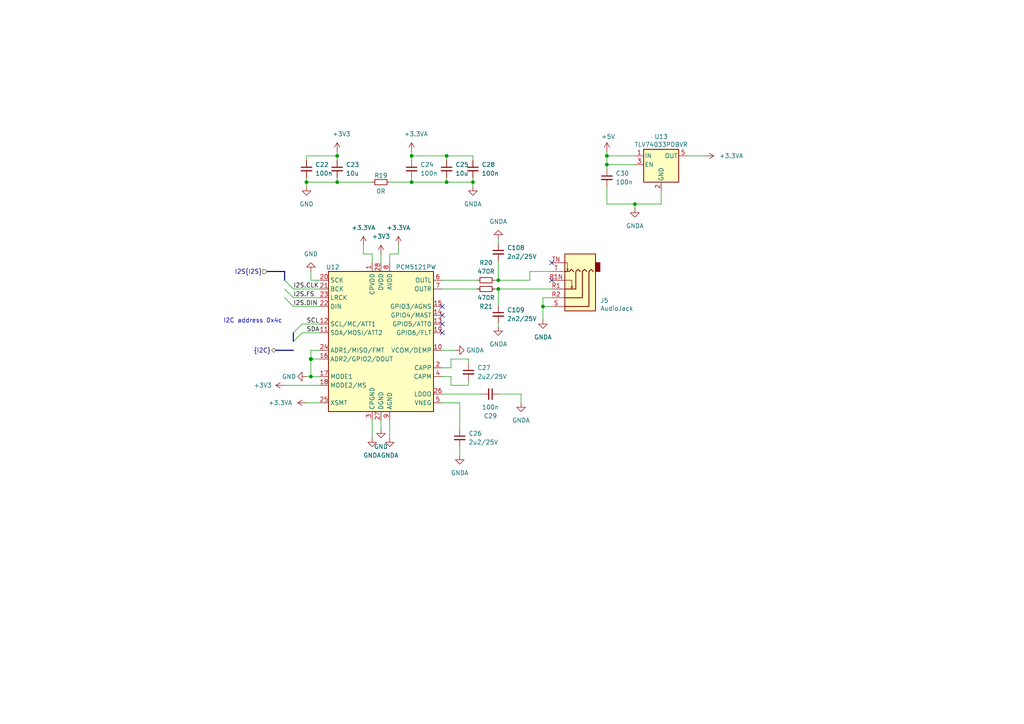
<source format=kicad_sch>
(kicad_sch (version 20210621) (generator eeschema)
  (paper "A4")
  (title_block (title "Audio") (date "2021-01-12") (rev "0.1") (company "Nabu Casa") (comment 1 "www.nabucasa.com") (comment 2 "Amber"))
  (lib_symbols
    (symbol "Audio:PCM5121PW"
      (property "Reference" "U" (at -13.97 21.59 0))
      (property "Value" "PCM5121PW" (at 10.16 21.59 0))
      (symbol "PCM5121PW_0_1"
        (rectangle (start -15.24 20.32) (end 15.24 -20.32) (stroke (width 0.254)) (fill (type background)))
      )
      (symbol "PCM5121PW_1_1"
        (pin power_in line (at -2.54 22.86 270) (length 2.54) (name "CPVDD") (number "1"))
        (pin bidirectional line (at 17.78 -2.54 180) (length 2.54) (name "VCOM/DEMP") (number "10"))
        (pin bidirectional line (at -17.78 2.54 0) (length 2.54) (name "SDA/MOSI/ATT2") (number "11"))
        (pin input line (at -17.78 5.08 0) (length 2.54) (name "SCL/MC/ATT1") (number "12"))
        (pin bidirectional line (at 17.78 5.08 180) (length 2.54) (name "GPIO5/ATT0") (number "13"))
        (pin bidirectional line (at 17.78 7.62 180) (length 2.54) (name "GPIO4/MAST") (number "14"))
        (pin bidirectional line (at 17.78 10.16 180) (length 2.54) (name "GPIO3/AGNS") (number "15"))
        (pin bidirectional line (at -17.78 -5.08 0) (length 2.54) (name "ADR2/GPIO2/DOUT") (number "16"))
        (pin input line (at -17.78 -10.16 0) (length 2.54) (name "MODE1") (number "17"))
        (pin input line (at -17.78 -12.7 0) (length 2.54) (name "MODE2/MS") (number "18"))
        (pin bidirectional line (at 17.78 2.54 180) (length 2.54) (name "GPIO6/FLT") (number "19"))
        (pin passive line (at 17.78 -7.62 180) (length 2.54) (name "CAPP") (number "2"))
        (pin input line (at -17.78 17.78 0) (length 2.54) (name "SCK") (number "20"))
        (pin bidirectional line (at -17.78 15.24 0) (length 2.54) (name "BCK") (number "21"))
        (pin input line (at -17.78 10.16 0) (length 2.54) (name "DIN") (number "22"))
        (pin bidirectional line (at -17.78 12.7 0) (length 2.54) (name "LRCK") (number "23"))
        (pin bidirectional line (at -17.78 -2.54 0) (length 2.54) (name "ADR1/MISO/FMT") (number "24"))
        (pin input line (at -17.78 -17.78 0) (length 2.54) (name "XSMT") (number "25"))
        (pin passive line (at 17.78 -15.24 180) (length 2.54) (name "LDOO") (number "26"))
        (pin power_in line (at 0 -22.86 90) (length 2.54) (name "DGND") (number "27"))
        (pin power_in line (at 0 22.86 270) (length 2.54) (name "DVDD") (number "28"))
        (pin power_in line (at -2.54 -22.86 90) (length 2.54) (name "CPGND") (number "3"))
        (pin passive line (at 17.78 -10.16 180) (length 2.54) (name "CAPM") (number "4"))
        (pin passive line (at 17.78 -17.78 180) (length 2.54) (name "VNEG") (number "5"))
        (pin output line (at 17.78 17.78 180) (length 2.54) (name "OUTL") (number "6"))
        (pin output line (at 17.78 15.24 180) (length 2.54) (name "OUTR") (number "7"))
        (pin power_in line (at 2.54 22.86 270) (length 2.54) (name "AVDD") (number "8"))
        (pin power_in line (at 2.54 -22.86 90) (length 2.54) (name "AGND") (number "9"))
      )
    )
    (symbol "Connector:AudioJack4_SwitchTR1"
      (property "Reference" "J" (at 0 11.43 0))
      (property "Value" "AudioJack4_SwitchTR1" (at 0 8.89 0))
      (symbol "AudioJack4_SwitchTR1_0_1"
        (rectangle (start -7.62 -5.08) (end -8.89 -7.62) (stroke (width 0.254)) (fill (type outline)))
        (rectangle (start 1.27 6.35) (end -7.62 -10.16) (stroke (width 0.254)) (fill (type background)))
        (polyline (pts (xy 1.27 -5.08) (xy 2.54 -5.08)))
        (polyline (pts (xy 1.27 2.54) (xy 2.54 2.54)))
        (polyline (pts (xy 2.54 0) (xy 1.27 0)))
        (polyline (pts (xy 2.54 5.08) (xy 1.27 5.08)))
      )
      (symbol "AudioJack4_SwitchTR1_1_1"
        (polyline (pts (xy -0.762 -0.254) (xy -0.508 -0.762)))
        (polyline (pts (xy 0.508 -5.334) (xy 0.762 -5.842)))
        (polyline (pts (xy -1.27 -5.08) (xy -0.635 -5.715) (xy 0 -5.08) (xy 1.27 -5.08)) (stroke (width 0.254)))
        (polyline (pts (xy 2.54 -7.62) (xy 0.508 -7.62) (xy 0.508 -5.334) (xy 0.254 -5.842)))
        (polyline (pts (xy 2.54 -2.54) (xy -0.762 -2.54) (xy -0.762 -0.254) (xy -1.016 -0.762)))
        (polyline (pts (xy -3.175 -5.08) (xy -2.54 -5.715) (xy -1.905 -5.08) (xy -1.905 0) (xy 1.27 0)) (stroke (width 0.254)))
        (polyline (pts (xy 1.27 2.54) (xy -3.81 2.54) (xy -3.81 -5.08) (xy -4.445 -5.715) (xy -5.08 -5.08)) (stroke (width 0.254)))
        (polyline (pts (xy 1.27 5.08) (xy -5.715 5.08) (xy -5.715 -5.08) (xy -6.35 -5.715) (xy -6.985 -5.08)) (stroke (width 0.254)))
        (pin passive line (at 5.08 0 180) (length 2.54) (name "~") (number "R1"))
        (pin passive line (at 5.08 -2.54 180) (length 2.54) (name "~") (number "R1N"))
        (pin passive line (at 5.08 2.54 180) (length 2.54) (name "~") (number "R2"))
        (pin passive line (at 5.08 5.08 180) (length 2.54) (name "~") (number "S"))
        (pin passive line (at 5.08 -5.08 180) (length 2.54) (name "~") (number "T"))
        (pin passive line (at 5.08 -7.62 180) (length 2.54) (name "~") (number "TN"))
      )
    )
    (symbol "Device:C_Small" (pin_numbers hide) (pin_names (offset 0.254) hide)
      (property "Reference" "C" (at 0.254 1.778 0))
      (property "Value" "C_Small" (at 0.254 -2.032 0))
      (symbol "C_Small_0_1"
        (polyline (pts (xy -1.524 -0.508) (xy 1.524 -0.508)) (stroke (width 0.3302)))
        (polyline (pts (xy -1.524 0.508) (xy 1.524 0.508)) (stroke (width 0.3048)))
      )
      (symbol "C_Small_1_1"
        (pin passive line (at 0 2.54 270) (length 2.032) (name "~") (number "1"))
        (pin passive line (at 0 -2.54 90) (length 2.032) (name "~") (number "2"))
      )
    )
    (symbol "Device:R_Small" (pin_numbers hide) (pin_names (offset 0.254) hide)
      (property "Reference" "R" (at 0.762 0.508 0))
      (property "Value" "R_Small" (at 0.762 -1.016 0))
      (symbol "R_Small_0_1"
        (rectangle (start -0.762 1.778) (end 0.762 -1.778) (stroke (width 0.2032)))
      )
      (symbol "R_Small_1_1"
        (pin passive line (at 0 2.54 270) (length 0.762) (name "~") (number "1"))
        (pin passive line (at 0 -2.54 90) (length 0.762) (name "~") (number "2"))
      )
    )
    (symbol "Regulator_Linear:TLV73333PDBV" (pin_names (offset 0.254))
      (property "Reference" "U" (at -3.81 5.715 0))
      (property "Value" "TLV73333PDBV" (at 0 5.715 0))
      (symbol "TLV73333PDBV_0_1"
        (rectangle (start -5.08 4.445) (end 5.08 -5.08) (stroke (width 0.254)) (fill (type background)))
      )
      (symbol "TLV73333PDBV_1_1"
        (pin power_in line (at -7.62 2.54 0) (length 2.54) (name "IN") (number "1"))
        (pin power_in line (at 0 -7.62 90) (length 2.54) (name "GND") (number "2"))
        (pin input line (at -7.62 0 0) (length 2.54) (name "EN") (number "3"))
        (pin no_connect line (at 5.08 0 180) (length 2.54) hide (name "NC") (number "4"))
        (pin power_out line (at 7.62 2.54 180) (length 2.54) (name "OUT") (number "5"))
      )
    )
    (symbol "power:+3.3V" (power) (pin_names (offset 0))
      (property "Value" "+3.3V" (at 0 3.556 0))
      (symbol "+3.3V_0_1"
        (polyline (pts (xy -0.762 1.27) (xy 0 2.54)))
        (polyline (pts (xy 0 0) (xy 0 2.54)))
        (polyline (pts (xy 0 2.54) (xy 0.762 1.27)))
      )
      (symbol "+3.3V_1_1"
        (pin power_in line (at 0 0 90) (length 0) hide (name "+3V3") (number "1"))
      )
    )
    (symbol "power:+3.3VA" (power) (pin_names (offset 0))
      (property "Value" "+3.3VA" (at 0 3.556 0))
      (symbol "+3.3VA_0_1"
        (polyline (pts (xy -0.762 1.27) (xy 0 2.54)))
        (polyline (pts (xy 0 0) (xy 0 2.54)))
        (polyline (pts (xy 0 2.54) (xy 0.762 1.27)))
      )
      (symbol "+3.3VA_1_1"
        (pin power_in line (at 0 0 90) (length 0) hide (name "+3.3VA") (number "1"))
      )
    )
    (symbol "power:+5V" (power) (pin_names (offset 0))
      (property "Value" "+5V" (at 0 3.556 0))
      (symbol "+5V_0_1"
        (polyline (pts (xy -0.762 1.27) (xy 0 2.54)))
        (polyline (pts (xy 0 0) (xy 0 2.54)))
        (polyline (pts (xy 0 2.54) (xy 0.762 1.27)))
      )
      (symbol "+5V_1_1"
        (pin power_in line (at 0 0 90) (length 0) hide (name "+5V") (number "1"))
      )
    )
    (symbol "power:GND" (power) (pin_names (offset 0))
      (property "Value" "GND" (at 0 -3.81 0))
      (symbol "GND_0_1"
        (polyline (pts (xy 0 0) (xy 0 -1.27) (xy 1.27 -1.27) (xy 0 -2.54) (xy -1.27 -1.27) (xy 0 -1.27)))
      )
      (symbol "GND_1_1"
        (pin power_in line (at 0 0 270) (length 0) hide (name "GND") (number "1"))
      )
    )
    (symbol "power:GNDA" (power) (pin_names (offset 0))
      (property "Value" "GNDA" (at 0 -3.81 0))
      (symbol "GNDA_0_1"
        (polyline (pts (xy 0 0) (xy 0 -1.27) (xy 1.27 -1.27) (xy 0 -2.54) (xy -1.27 -1.27) (xy 0 -1.27)))
      )
      (symbol "GNDA_1_1"
        (pin power_in line (at 0 0 270) (length 0) hide (name "GNDA") (number "1"))
      )
    )
  )
  (bus_alias "I2S" (members "CLK" "FS" "DIN"))
  (junction (at 88.9 52.832) (diameter 0.9144))
  (junction (at 90.17 104.14) (diameter 1.016))
  (junction (at 90.17 109.22) (diameter 0.9144))
  (junction (at 97.79 45.212) (diameter 0.9144))
  (junction (at 97.79 52.832) (diameter 0.9144))
  (junction (at 119.38 45.212) (diameter 0.9144))
  (junction (at 119.38 52.832) (diameter 0.9144))
  (junction (at 129.54 45.212) (diameter 0.9144))
  (junction (at 129.54 52.832) (diameter 0.9144))
  (junction (at 137.16 52.832) (diameter 0.9144))
  (junction (at 144.526 81.28) (diameter 0.9144))
  (junction (at 144.526 83.82) (diameter 0.9144))
  (junction (at 157.48 88.9) (diameter 0.9144))
  (junction (at 176.022 45.212) (diameter 0.9144))
  (junction (at 176.022 47.752) (diameter 0.9144))
  (junction (at 184.15 59.182) (diameter 0.9144))
  (no_connect (at 128.27 88.9))
  (no_connect (at 128.27 91.44))
  (no_connect (at 128.27 93.98))
  (no_connect (at 128.27 96.52))
  (no_connect (at 160.02 76.2))
  (no_connect (at 160.02 81.28))
  (bus_entry (at 82.55 81.28) (size 2.54 2.54) (stroke (width 0.1524)))
  (bus_entry (at 82.55 83.82) (size 2.54 2.54) (stroke (width 0.1524)))
  (bus_entry (at 82.55 86.36) (size 2.54 2.54) (stroke (width 0.1524)))
  (bus_entry (at 85.09 96.52) (size 2.54 -2.54) (stroke (width 0.1524)))
  (bus_entry (at 85.09 99.06) (size 2.54 -2.54) (stroke (width 0.1524)))
  (wire (pts (xy 82.55 111.76) (xy 92.71 111.76)))
  (wire (pts (xy 85.09 83.82) (xy 92.71 83.82)))
  (wire (pts (xy 85.09 86.36) (xy 92.71 86.36)))
  (wire (pts (xy 85.09 88.9) (xy 92.71 88.9)))
  (wire (pts (xy 87.63 93.98) (xy 92.71 93.98)))
  (wire (pts (xy 87.63 96.52) (xy 92.71 96.52)))
  (wire (pts (xy 88.9 45.212) (xy 97.79 45.212)))
  (wire (pts (xy 88.9 46.482) (xy 88.9 45.212)))
  (wire (pts (xy 88.9 51.562) (xy 88.9 52.832)))
  (wire (pts (xy 88.9 52.832) (xy 88.9 54.102)))
  (wire (pts (xy 88.9 52.832) (xy 97.79 52.832)))
  (wire (pts (xy 88.9 109.22) (xy 90.17 109.22)))
  (wire (pts (xy 88.9 116.84) (xy 92.71 116.84)))
  (wire (pts (xy 90.17 78.74) (xy 90.17 81.28)))
  (wire (pts (xy 90.17 101.6) (xy 90.17 104.14)))
  (wire (pts (xy 90.17 104.14) (xy 90.17 109.22)))
  (wire (pts (xy 92.71 81.28) (xy 90.17 81.28)))
  (wire (pts (xy 92.71 101.6) (xy 90.17 101.6)))
  (wire (pts (xy 92.71 104.14) (xy 90.17 104.14)))
  (wire (pts (xy 92.71 109.22) (xy 90.17 109.22)))
  (wire (pts (xy 97.79 43.942) (xy 97.79 45.212)))
  (wire (pts (xy 97.79 45.212) (xy 97.79 46.482)))
  (wire (pts (xy 97.79 51.562) (xy 97.79 52.832)))
  (wire (pts (xy 97.79 52.832) (xy 107.95 52.832)))
  (wire (pts (xy 105.41 73.66) (xy 105.41 71.12)))
  (wire (pts (xy 107.95 73.66) (xy 105.41 73.66)))
  (wire (pts (xy 107.95 76.2) (xy 107.95 73.66)))
  (wire (pts (xy 107.95 121.92) (xy 107.95 127)))
  (wire (pts (xy 110.49 76.2) (xy 110.49 73.66)))
  (wire (pts (xy 110.49 121.92) (xy 110.49 124.46)))
  (wire (pts (xy 113.03 52.832) (xy 119.38 52.832)))
  (wire (pts (xy 113.03 73.66) (xy 115.57 73.66)))
  (wire (pts (xy 113.03 76.2) (xy 113.03 73.66)))
  (wire (pts (xy 113.03 121.92) (xy 113.03 127)))
  (wire (pts (xy 115.57 73.66) (xy 115.57 71.12)))
  (wire (pts (xy 119.38 43.942) (xy 119.38 45.212)))
  (wire (pts (xy 119.38 45.212) (xy 119.38 46.482)))
  (wire (pts (xy 119.38 45.212) (xy 129.54 45.212)))
  (wire (pts (xy 119.38 51.562) (xy 119.38 52.832)))
  (wire (pts (xy 119.38 52.832) (xy 129.54 52.832)))
  (wire (pts (xy 128.27 81.28) (xy 138.43 81.28)))
  (wire (pts (xy 128.27 83.82) (xy 138.43 83.82)))
  (wire (pts (xy 128.27 101.6) (xy 132.08 101.6)))
  (wire (pts (xy 128.27 106.68) (xy 130.81 106.68)))
  (wire (pts (xy 128.27 109.22) (xy 130.81 109.22)))
  (wire (pts (xy 128.27 114.3) (xy 139.7 114.3)))
  (wire (pts (xy 128.27 116.84) (xy 133.35 116.84)))
  (wire (pts (xy 129.54 45.212) (xy 129.54 46.482)))
  (wire (pts (xy 129.54 52.832) (xy 129.54 51.562)))
  (wire (pts (xy 129.54 52.832) (xy 137.16 52.832)))
  (wire (pts (xy 130.81 104.14) (xy 135.89 104.14)))
  (wire (pts (xy 130.81 106.68) (xy 130.81 104.14)))
  (wire (pts (xy 130.81 109.22) (xy 130.81 111.76)))
  (wire (pts (xy 130.81 111.76) (xy 135.89 111.76)))
  (wire (pts (xy 133.35 116.84) (xy 133.35 124.46)))
  (wire (pts (xy 133.35 129.54) (xy 133.35 132.08)))
  (wire (pts (xy 135.89 104.14) (xy 135.89 105.41)))
  (wire (pts (xy 135.89 111.76) (xy 135.89 110.49)))
  (wire (pts (xy 137.16 45.212) (xy 129.54 45.212)))
  (wire (pts (xy 137.16 46.482) (xy 137.16 45.212)))
  (wire (pts (xy 137.16 51.562) (xy 137.16 52.832)))
  (wire (pts (xy 137.16 52.832) (xy 137.16 54.102)))
  (wire (pts (xy 143.51 81.28) (xy 144.526 81.28)))
  (wire (pts (xy 143.51 83.82) (xy 144.526 83.82)))
  (wire (pts (xy 144.526 69.342) (xy 144.526 70.612)))
  (wire (pts (xy 144.526 75.692) (xy 144.526 81.28)))
  (wire (pts (xy 144.526 81.28) (xy 153.67 81.28)))
  (wire (pts (xy 144.526 83.82) (xy 144.526 88.646)))
  (wire (pts (xy 144.526 83.82) (xy 160.02 83.82)))
  (wire (pts (xy 144.526 93.726) (xy 144.526 94.742)))
  (wire (pts (xy 144.78 114.3) (xy 151.13 114.3)))
  (wire (pts (xy 151.13 114.3) (xy 151.13 116.84)))
  (wire (pts (xy 153.67 78.74) (xy 160.02 78.74)))
  (wire (pts (xy 153.67 81.28) (xy 153.67 78.74)))
  (wire (pts (xy 157.48 86.36) (xy 157.48 88.9)))
  (wire (pts (xy 157.48 88.9) (xy 157.48 92.71)))
  (wire (pts (xy 160.02 86.36) (xy 157.48 86.36)))
  (wire (pts (xy 160.02 88.9) (xy 157.48 88.9)))
  (wire (pts (xy 176.022 43.942) (xy 176.022 45.212)))
  (wire (pts (xy 176.022 45.212) (xy 176.022 47.752)))
  (wire (pts (xy 176.022 45.212) (xy 184.15 45.212)))
  (wire (pts (xy 176.022 47.752) (xy 176.022 49.022)))
  (wire (pts (xy 176.022 47.752) (xy 184.15 47.752)))
  (wire (pts (xy 176.022 54.102) (xy 176.022 59.182)))
  (wire (pts (xy 176.022 59.182) (xy 184.15 59.182)))
  (wire (pts (xy 184.15 59.182) (xy 184.15 60.452)))
  (wire (pts (xy 184.15 59.182) (xy 191.77 59.182)))
  (wire (pts (xy 191.77 59.182) (xy 191.77 55.372)))
  (wire (pts (xy 199.39 45.212) (xy 204.47 45.212)))
  (bus (pts (xy 77.47 78.74) (xy 82.55 78.74)))
  (bus (pts (xy 80.01 101.6) (xy 85.09 101.6)))
  (bus (pts (xy 82.55 78.74) (xy 82.55 86.36)))
  (bus (pts (xy 85.09 96.52) (xy 85.09 101.6)))
  (text "I2C address 0x4c" (at 64.77 93.853 0) (effects (font (size 1.27 1.27)) (justify left bottom)))
  (label "I2S.CLK" (at 85.09 83.82 0))
  (label "I2S.FS" (at 85.09 86.36 0))
  (label "I2S.DIN" (at 85.09 88.9 0))
  (label "SCL" (at 88.9 93.98 0))
  (label "SDA" (at 88.9 96.52 0))
  (hierarchical_label "I2S{I2S}" (shape input) (at 77.47 78.74 180))
  (hierarchical_label "{I2C}" (shape bidirectional) (at 80.01 101.6 180))
  (symbol (lib_id "power:+3.3V") (at 82.55 111.76 90) (unit 1)
    (property "Reference" "#PWR063" (effects hide))
    (property "Value" "+3.3V" (at 76.2 111.76 90))
  )
  (symbol (lib_id "power:+3.3VA") (at 88.9 116.84 90) (unit 1)
    (property "Reference" "#PWR066" (effects hide))
    (property "Value" "+3.3VA" (at 81.28 116.84 90))
  )
  (symbol (lib_id "power:+3.3V") (at 97.79 43.942 0) (unit 1)
    (property "Reference" "#PWR068" (effects hide))
    (property "Value" "+3.3V" (at 99.06 38.862 0))
  )
  (symbol (lib_id "power:+3.3VA") (at 105.41 71.12 0) (unit 1)
    (property "Reference" "#PWR069" (effects hide))
    (property "Value" "+3.3VA" (at 105.41 66.04 0))
  )
  (symbol (lib_id "power:+3.3V") (at 110.49 73.66 0) (unit 1)
    (property "Reference" "#PWR071" (effects hide))
    (property "Value" "+3.3V" (at 110.49 68.58 0))
  )
  (symbol (lib_id "power:+3.3VA") (at 115.57 71.12 0) (unit 1)
    (property "Reference" "#PWR074" (effects hide))
    (property "Value" "+3.3VA" (at 115.57 66.04 0))
  )
  (symbol (lib_id "power:+3.3VA") (at 119.38 43.942 0) (unit 1)
    (property "Reference" "#PWR075" (effects hide))
    (property "Value" "+3.3VA" (at 120.65 38.862 0))
  )
  (symbol (lib_id "power:+5V") (at 176.022 43.942 0) (unit 1)
    (property "Reference" "#PWR081" (effects hide))
    (property "Value" "+5V" (at 176.3903 39.6176 0))
  )
  (symbol (lib_id "power:+3.3VA") (at 204.47 45.212 270) (unit 1)
    (property "Reference" "#PWR083" (effects hide))
    (property "Value" "+3.3VA" (at 212.09 45.212 90))
  )
  (symbol (lib_id "power:GND") (at 88.9 54.102 0) (unit 1)
    (property "Reference" "#PWR064" (effects hide))
    (property "Value" "GND" (at 88.9 59.182 0))
  )
  (symbol (lib_id "power:GND") (at 88.9 109.22 270) (unit 1)
    (property "Reference" "#PWR065" (effects hide))
    (property "Value" "GND" (at 83.82 109.22 90))
  )
  (symbol (lib_id "power:GND") (at 90.17 78.74 180) (unit 1)
    (property "Reference" "#PWR067" (effects hide))
    (property "Value" "GND" (at 90.17 73.66 0))
  )
  (symbol (lib_id "power:GNDA") (at 107.95 127 0) (unit 1)
    (property "Reference" "#PWR070" (effects hide))
    (property "Value" "GNDA" (at 107.95 132.08 0))
  )
  (symbol (lib_id "power:GND") (at 110.49 124.46 0) (unit 1)
    (property "Reference" "#PWR072" (effects hide))
    (property "Value" "GND" (at 110.49 129.54 0))
  )
  (symbol (lib_id "power:GNDA") (at 113.03 127 0) (unit 1)
    (property "Reference" "#PWR073" (effects hide))
    (property "Value" "GNDA" (at 113.03 132.08 0))
  )
  (symbol (lib_id "power:GNDA") (at 132.08 101.6 90) (unit 1)
    (property "Reference" "#PWR076" (effects hide))
    (property "Value" "GNDA" (at 137.795 101.6 90))
  )
  (symbol (lib_id "power:GNDA") (at 133.35 132.08 0) (unit 1)
    (property "Reference" "#PWR077" (effects hide))
    (property "Value" "GNDA" (at 133.35 137.16 0))
  )
  (symbol (lib_id "power:GNDA") (at 137.16 54.102 0) (unit 1)
    (property "Reference" "#PWR078" (effects hide))
    (property "Value" "GNDA" (at 137.16 59.182 0))
  )
  (symbol (lib_id "power:GNDA") (at 144.526 69.342 180) (unit 1)
    (property "Reference" "#PWR0197" (effects hide))
    (property "Value" "GNDA" (at 144.526 64.262 0))
  )
  (symbol (lib_id "power:GNDA") (at 144.526 94.742 0) (unit 1)
    (property "Reference" "#PWR0198" (effects hide))
    (property "Value" "GNDA" (at 144.526 99.822 0))
  )
  (symbol (lib_id "power:GNDA") (at 151.13 116.84 0) (unit 1)
    (property "Reference" "#PWR079" (effects hide))
    (property "Value" "GNDA" (at 151.13 121.92 0))
  )
  (symbol (lib_id "power:GNDA") (at 157.48 92.71 0) (unit 1)
    (property "Reference" "#PWR080" (effects hide))
    (property "Value" "GNDA" (at 157.48 97.79 0))
  )
  (symbol (lib_id "power:GNDA") (at 184.15 60.452 0) (unit 1)
    (property "Reference" "#PWR082" (effects hide))
    (property "Value" "GNDA" (at 184.15 65.532 0))
  )
  (symbol (lib_id "Device:R_Small") (at 110.49 52.832 270) (unit 1)
    (property "Reference" "R19" (at 110.49 50.9208 90))
    (property "Value" "0R" (at 110.49 55.48 90))
    (property "Footprint" "Resistor_SMD:R_1206_3216Metric" (effects hide))
    (property "Config" "+Audio" (effects hide))
  )
  (symbol (lib_id "Device:R_Small") (at 140.97 81.28 90) (unit 1)
    (property "Reference" "R20" (at 140.97 76.2 90))
    (property "Value" "470R" (at 140.97 78.74 90))
    (property "Footprint" "Resistor_SMD:R_0402_1005Metric" (effects hide))
    (property "Config" "+Audio" (effects hide))
  )
  (symbol (lib_id "Device:R_Small") (at 140.97 83.82 90) (unit 1)
    (property "Reference" "R21" (at 140.97 88.9 90))
    (property "Value" "470R" (at 140.97 86.36 90))
    (property "Footprint" "Resistor_SMD:R_0402_1005Metric" (effects hide))
    (property "Config" "+Audio" (effects hide))
  )
  (symbol (lib_id "Device:C_Small") (at 88.9 49.022 0) (unit 1)
    (property "Reference" "C22" (at 91.44 47.752 0) (effects (justify left)))
    (property "Value" "100n" (at 91.44 50.292 0) (effects (justify left)))
    (property "Footprint" "Capacitor_SMD:C_0402_1005Metric" (effects hide))
    (property "Config" "+Audio" (effects hide))
  )
  (symbol (lib_id "Device:C_Small") (at 97.79 49.022 0) (unit 1)
    (property "Reference" "C23" (at 100.33 47.752 0) (effects (justify left)))
    (property "Value" "10u" (at 100.33 50.292 0) (effects (justify left)))
    (property "Footprint" "Capacitor_SMD:C_0805_2012Metric" (effects hide))
    (property "Config" "+Audio" (effects hide))
  )
  (symbol (lib_id "Device:C_Small") (at 119.38 49.022 0) (unit 1)
    (property "Reference" "C24" (at 121.92 47.752 0) (effects (justify left)))
    (property "Value" "100n" (at 121.92 50.292 0) (effects (justify left)))
    (property "Footprint" "Capacitor_SMD:C_0402_1005Metric" (effects hide))
    (property "Config" "+Audio" (effects hide))
  )
  (symbol (lib_id "Device:C_Small") (at 129.54 49.022 0) (unit 1)
    (property "Reference" "C25" (at 132.08 47.752 0) (effects (justify left)))
    (property "Value" "10u" (at 132.08 50.292 0) (effects (justify left)))
    (property "Footprint" "Capacitor_SMD:C_0805_2012Metric" (effects hide))
    (property "Config" "+Audio" (effects hide))
  )
  (symbol (lib_id "Device:C_Small") (at 133.35 127 0) (mirror y) (unit 1)
    (property "Reference" "C26" (at 135.89 125.73 0) (effects (justify right)))
    (property "Value" "2u2/25V" (at 135.89 128.27 0) (effects (justify right)))
    (property "Footprint" "Capacitor_SMD:C_0805_2012Metric" (effects hide))
    (property "Config" "+Audio" (effects hide))
  )
  (symbol (lib_id "Device:C_Small") (at 135.89 107.95 0) (unit 1)
    (property "Reference" "C27" (at 138.43 106.68 0) (effects (justify left)))
    (property "Value" "2u2/25V" (at 138.43 109.22 0) (effects (justify left)))
    (property "Footprint" "Capacitor_SMD:C_0805_2012Metric" (effects hide))
    (property "Config" "+Audio" (effects hide))
  )
  (symbol (lib_id "Device:C_Small") (at 137.16 49.022 0) (unit 1)
    (property "Reference" "C28" (at 139.7 47.752 0) (effects (justify left)))
    (property "Value" "100n" (at 139.7 50.292 0) (effects (justify left)))
    (property "Footprint" "Capacitor_SMD:C_0402_1005Metric" (effects hide))
    (property "Config" "+Audio" (effects hide))
  )
  (symbol (lib_id "Device:C_Small") (at 142.24 114.3 270) (unit 1)
    (property "Reference" "C29" (at 142.24 120.65 90))
    (property "Value" "100n" (at 142.24 118.11 90))
    (property "Footprint" "Capacitor_SMD:C_0402_1005Metric" (effects hide))
    (property "Config" "+Audio" (effects hide))
  )
  (symbol (lib_id "Device:C_Small") (at 144.526 73.152 0) (unit 1)
    (property "Reference" "C108" (at 147.066 71.882 0) (effects (justify left)))
    (property "Value" "2n2/25V" (at 147.066 74.422 0) (effects (justify left)))
    (property "Footprint" "Capacitor_SMD:C_0805_2012Metric" (effects hide))
    (property "Config" "+Audio" (effects hide))
  )
  (symbol (lib_id "Device:C_Small") (at 144.526 91.186 0) (unit 1)
    (property "Reference" "C109" (at 147.066 89.916 0) (effects (justify left)))
    (property "Value" "2n2/25V" (at 147.066 92.456 0) (effects (justify left)))
    (property "Footprint" "Capacitor_SMD:C_0805_2012Metric" (effects hide))
    (property "Config" "+Audio" (effects hide))
  )
  (symbol (lib_id "Device:C_Small") (at 176.022 51.562 0) (unit 1)
    (property "Reference" "C30" (at 178.562 50.292 0) (effects (justify left)))
    (property "Value" "100n" (at 178.562 52.832 0) (effects (justify left)))
    (property "Footprint" "Capacitor_SMD:C_0402_1005Metric" (effects hide))
  )
  (symbol (lib_id "Regulator_Linear:TLV73333PDBV") (at 191.77 47.752 0) (unit 1)
    (property "Reference" "U13" (at 191.77 39.6302 0))
    (property "Value" "TLV74033PDBVR" (at 191.77 41.9289 0))
    (property "Footprint" "Package_TO_SOT_SMD:SOT-23-5" (effects hide))
    (property "Datasheet" "https://media.digikey.com/pdf/Data%20Sheets/TDK%20PDFs/TLV740P_DS.pdf" (effects hide))
    (property "Manufacturer" "Texas Instruments" (effects hide))
    (property "PartNumber" "TLV74033PDBVR" (effects hide))
    (property "Config" "+Audio" (effects hide))
  )
  (symbol (lib_id "Connector:AudioJack4_SwitchTR1") (at 165.1 83.82 180) (unit 1)
    (property "Reference" "J5" (at 174.1171 87.1664 0) (effects (justify right)))
    (property "Value" "AudioJack" (at 174.117 89.465 0) (effects (justify right)))
    (property "Footprint" "Amber:Jack_3.5mm_XKB_PJ-3270_Horizontal" (effects hide))
    (property "Datasheet" "https://datasheet.lcsc.com/lcsc/2002271813_XKB-Connectivity-PJ-3270_C381134.pdf" (effects hide))
    (property "Manufacturer" "XKB Connectivity" (effects hide))
    (property "PartNumber" "PJ-3270" (effects hide))
    (property "Config" "+Audio" (effects hide))
  )
  (symbol (lib_id "Audio:PCM5121PW") (at 110.49 99.06 0) (unit 1)
    (property "Reference" "U12" (at 96.52 77.47 0))
    (property "Value" "PCM5121PW" (at 120.65 77.47 0))
    (property "Footprint" "Package_SO:TSSOP-28_4.4x9.7mm_P0.65mm" (effects hide))
    (property "Datasheet" "http://www.ti.com/lit/ds/symlink/pcm5121.pdf" (effects hide))
    (property "Manufacturer" "Texas Instruments" (effects hide))
    (property "PartNumber" "PCM5121PWR" (effects hide))
    (property "Config" "+Audio" (effects hide))
  )
)
</source>
